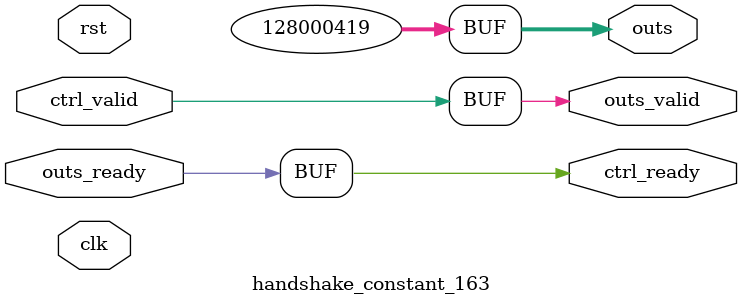
<source format=v>
`timescale 1ns / 1ps
module handshake_constant_163 #(
  parameter DATA_WIDTH = 32  // Default set to 32 bits
) (
  input                       clk,
  input                       rst,
  // Input Channel
  input                       ctrl_valid,
  output                      ctrl_ready,
  // Output Channel
  output [DATA_WIDTH - 1 : 0] outs,
  output                      outs_valid,
  input                       outs_ready
);
  assign outs       = 27'b111101000010010000110100011;
  assign outs_valid = ctrl_valid;
  assign ctrl_ready = outs_ready;

endmodule

</source>
